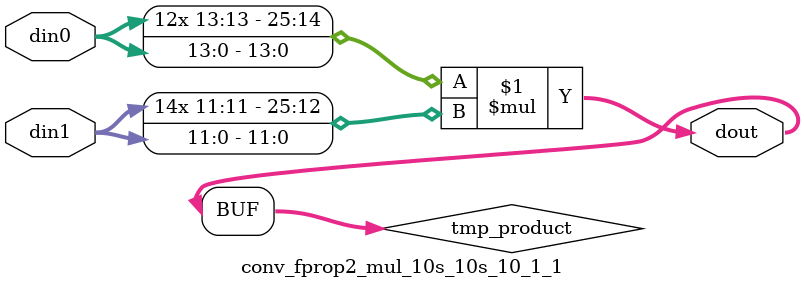
<source format=v>

`timescale 1 ns / 1 ps

 module conv_fprop2_mul_10s_10s_10_1_1(din0, din1, dout);
parameter ID = 1;
parameter NUM_STAGE = 0;
parameter din0_WIDTH = 14;
parameter din1_WIDTH = 12;
parameter dout_WIDTH = 26;

input [din0_WIDTH - 1 : 0] din0; 
input [din1_WIDTH - 1 : 0] din1; 
output [dout_WIDTH - 1 : 0] dout;

wire signed [dout_WIDTH - 1 : 0] tmp_product;



























assign tmp_product = $signed(din0) * $signed(din1);








assign dout = tmp_product;





















endmodule

</source>
